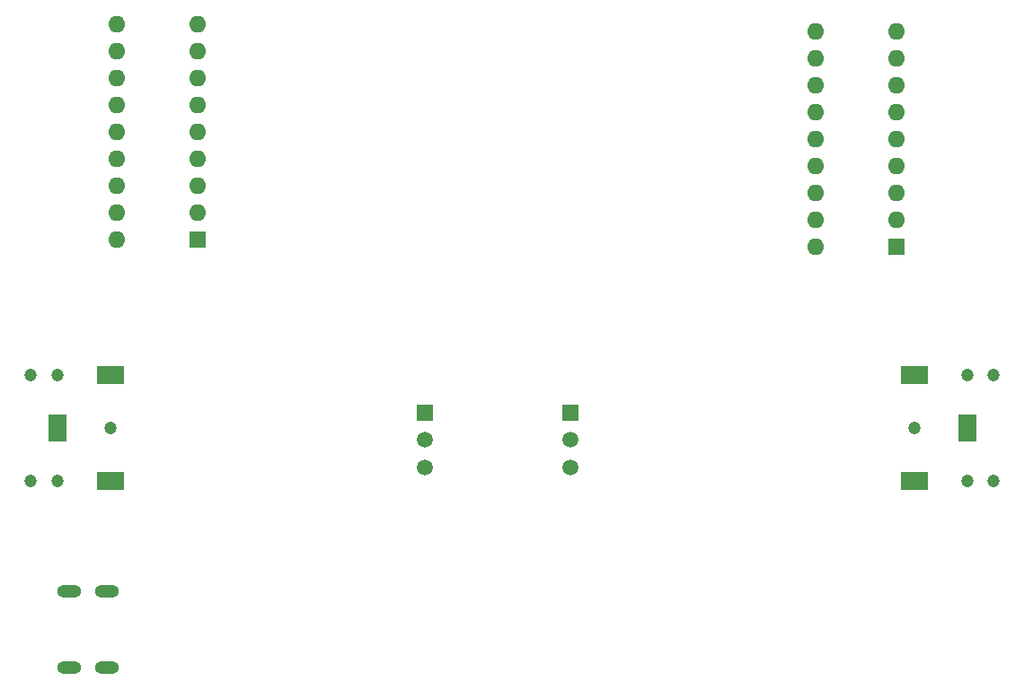
<source format=gbs>
G04 #@! TF.GenerationSoftware,KiCad,Pcbnew,(6.0.7)*
G04 #@! TF.CreationDate,2022-07-31T23:48:51-04:00*
G04 #@! TF.ProjectId,VUmeter,56556d65-7465-4722-9e6b-696361645f70,rev?*
G04 #@! TF.SameCoordinates,Original*
G04 #@! TF.FileFunction,Soldermask,Bot*
G04 #@! TF.FilePolarity,Negative*
%FSLAX46Y46*%
G04 Gerber Fmt 4.6, Leading zero omitted, Abs format (unit mm)*
G04 Created by KiCad (PCBNEW (6.0.7)) date 2022-07-31 23:48:51*
%MOMM*%
%LPD*%
G01*
G04 APERTURE LIST*
%ADD10R,1.500000X1.500000*%
%ADD11C,1.500000*%
%ADD12R,1.600000X1.600000*%
%ADD13O,1.600000X1.600000*%
%ADD14O,2.300000X1.200000*%
%ADD15C,1.200000*%
%ADD16R,1.800000X2.500000*%
%ADD17R,2.500000X1.800000*%
G04 APERTURE END LIST*
D10*
X168910000Y-130556000D03*
D11*
X168910000Y-133156000D03*
X168910000Y-135756000D03*
D12*
X147473400Y-114290000D03*
D13*
X147473400Y-111750000D03*
X147473400Y-109210000D03*
X147473400Y-106670000D03*
X147473400Y-104130000D03*
X147473400Y-101590000D03*
X147473400Y-99050000D03*
X147473400Y-96510000D03*
X147473400Y-93970000D03*
X139853400Y-93970000D03*
X139853400Y-96510000D03*
X139853400Y-99050000D03*
X139853400Y-101590000D03*
X139853400Y-104130000D03*
X139853400Y-106670000D03*
X139853400Y-109210000D03*
X139853400Y-111750000D03*
X139853400Y-114290000D03*
D10*
X182626000Y-130556000D03*
D11*
X182626000Y-133156000D03*
X182626000Y-135756000D03*
D14*
X135375000Y-147400000D03*
X135375000Y-154600000D03*
X138925000Y-154600000D03*
X138925000Y-147400000D03*
D15*
X220000000Y-127000000D03*
X215000000Y-132000000D03*
X220000000Y-137000000D03*
X222500000Y-127000000D03*
X222500000Y-137000000D03*
D16*
X220000000Y-132000000D03*
D17*
X215000000Y-127000000D03*
X215000000Y-137000000D03*
D15*
X131750000Y-137000000D03*
X139250000Y-132000000D03*
X131750000Y-127000000D03*
X134250000Y-137000000D03*
X134250000Y-127000000D03*
D16*
X134250000Y-132000000D03*
D17*
X139250000Y-137000000D03*
X139250000Y-127000000D03*
D12*
X213341600Y-114954000D03*
D13*
X213341600Y-112414000D03*
X213341600Y-109874000D03*
X213341600Y-107334000D03*
X213341600Y-104794000D03*
X213341600Y-102254000D03*
X213341600Y-99714000D03*
X213341600Y-97174000D03*
X213341600Y-94634000D03*
X205721600Y-94634000D03*
X205721600Y-97174000D03*
X205721600Y-99714000D03*
X205721600Y-102254000D03*
X205721600Y-104794000D03*
X205721600Y-107334000D03*
X205721600Y-109874000D03*
X205721600Y-112414000D03*
X205721600Y-114954000D03*
M02*

</source>
